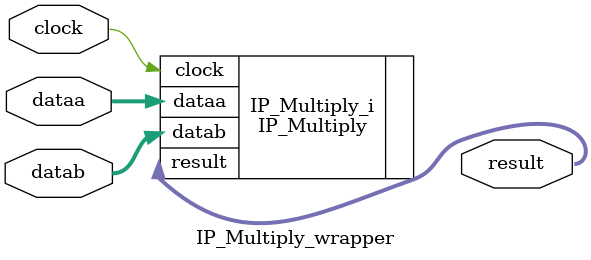
<source format=v>
`timescale 1 ps / 1 ps

module IP_Multiply_wrapper
   (clock,
    dataa,
    datab,
    result);
  input clock;
  input [31:0]dataa;
  input [31:0]datab;
  output [63:0]result;

  wire clock;
  wire [31:0]dataa;
  wire [31:0]datab;
  wire [63:0]result;

  IP_Multiply IP_Multiply_i
       (.clock(clock),
        .dataa(dataa),
        .datab(datab),
        .result(result));
endmodule

</source>
